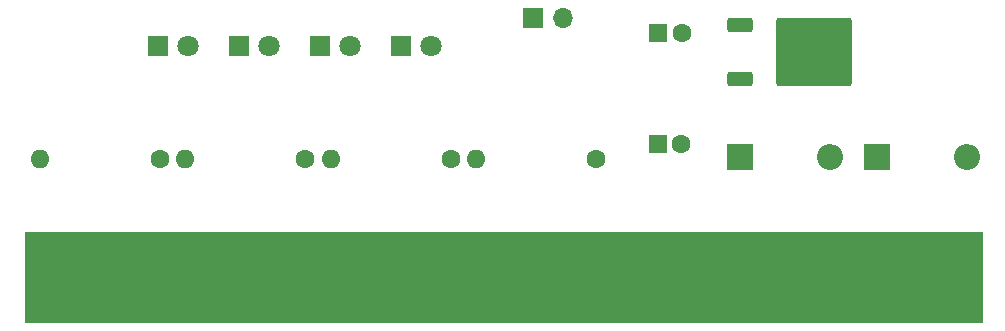
<source format=gbr>
%TF.GenerationSoftware,KiCad,Pcbnew,7.0.7*%
%TF.CreationDate,2023-10-30T05:19:45-05:00*%
%TF.ProjectId,Voltage Blaster,566f6c74-6167-4652-9042-6c6173746572,rev?*%
%TF.SameCoordinates,Original*%
%TF.FileFunction,Soldermask,Top*%
%TF.FilePolarity,Negative*%
%FSLAX46Y46*%
G04 Gerber Fmt 4.6, Leading zero omitted, Abs format (unit mm)*
G04 Created by KiCad (PCBNEW 7.0.7) date 2023-10-30 05:19:45*
%MOMM*%
%LPD*%
G01*
G04 APERTURE LIST*
G04 Aperture macros list*
%AMRoundRect*
0 Rectangle with rounded corners*
0 $1 Rounding radius*
0 $2 $3 $4 $5 $6 $7 $8 $9 X,Y pos of 4 corners*
0 Add a 4 corners polygon primitive as box body*
4,1,4,$2,$3,$4,$5,$6,$7,$8,$9,$2,$3,0*
0 Add four circle primitives for the rounded corners*
1,1,$1+$1,$2,$3*
1,1,$1+$1,$4,$5*
1,1,$1+$1,$6,$7*
1,1,$1+$1,$8,$9*
0 Add four rect primitives between the rounded corners*
20,1,$1+$1,$2,$3,$4,$5,0*
20,1,$1+$1,$4,$5,$6,$7,0*
20,1,$1+$1,$6,$7,$8,$9,0*
20,1,$1+$1,$8,$9,$2,$3,0*%
G04 Aperture macros list end*
%ADD10C,0.120000*%
%ADD11C,0.010000*%
%ADD12R,1.800000X1.800000*%
%ADD13C,1.800000*%
%ADD14C,1.600000*%
%ADD15O,1.600000X1.600000*%
%ADD16RoundRect,0.250000X-0.850000X-0.350000X0.850000X-0.350000X0.850000X0.350000X-0.850000X0.350000X0*%
%ADD17RoundRect,0.249997X-2.950003X-2.650003X2.950003X-2.650003X2.950003X2.650003X-2.950003X2.650003X0*%
%ADD18R,1.700000X1.700000*%
%ADD19O,1.700000X1.700000*%
%ADD20R,1.600000X1.600000*%
%ADD21R,2.200000X2.200000*%
%ADD22O,2.200000X2.200000*%
%ADD23R,1.780000X7.366000*%
G04 APERTURE END LIST*
D10*
%TO.C,J1*%
X117094000Y-121031000D02*
X117094000Y-113411000D01*
D11*
X198120000Y-121031000D02*
X117094000Y-121031000D01*
X117094000Y-113411000D01*
X198120000Y-113411000D01*
X198120000Y-121031000D01*
G36*
X198120000Y-121031000D02*
G01*
X117094000Y-121031000D01*
X117094000Y-113411000D01*
X198120000Y-113411000D01*
X198120000Y-121031000D01*
G37*
%TD*%
D12*
%TO.C,D1*%
X148945600Y-97637600D03*
D13*
X151485600Y-97637600D03*
%TD*%
D14*
%TO.C,R1*%
X165481000Y-107188000D03*
D15*
X155321000Y-107188000D03*
%TD*%
D16*
%TO.C,U1*%
X177664000Y-95891000D03*
D17*
X183964000Y-98171000D03*
D16*
X177664000Y-100451000D03*
%TD*%
D14*
%TO.C,R4*%
X128524000Y-107188000D03*
D15*
X118364000Y-107188000D03*
%TD*%
D14*
%TO.C,R3*%
X140843000Y-107188000D03*
D15*
X130683000Y-107188000D03*
%TD*%
D12*
%TO.C,D2*%
X142092600Y-97637600D03*
D13*
X144632600Y-97637600D03*
%TD*%
D12*
%TO.C,D4*%
X128371600Y-97637600D03*
D13*
X130911600Y-97637600D03*
%TD*%
D14*
%TO.C,R2*%
X153162000Y-107188000D03*
D15*
X143002000Y-107188000D03*
%TD*%
D18*
%TO.C,JP1*%
X160135000Y-95230000D03*
D19*
X162675000Y-95230000D03*
%TD*%
D20*
%TO.C,C2*%
X170688000Y-105918000D03*
D14*
X172688000Y-105918000D03*
%TD*%
D21*
%TO.C,D6*%
X177673000Y-107061000D03*
D22*
X185293000Y-107061000D03*
%TD*%
D12*
%TO.C,D3*%
X135234600Y-97637600D03*
D13*
X137774600Y-97637600D03*
%TD*%
D21*
%TO.C,D5*%
X189230000Y-107061000D03*
D22*
X196850000Y-107061000D03*
%TD*%
D20*
%TO.C,C1*%
X170720000Y-96520000D03*
D14*
X172720000Y-96520000D03*
%TD*%
D23*
%TO.C,J1*%
X195707000Y-117094000D03*
X193167000Y-117094000D03*
X190627000Y-117094000D03*
X188087000Y-117094000D03*
X185547000Y-117094000D03*
X183007000Y-117094000D03*
X180467000Y-117094000D03*
X177927000Y-117094000D03*
X175387000Y-117094000D03*
X172847000Y-117094000D03*
X170307000Y-117094000D03*
X167767000Y-117094000D03*
X165227000Y-117094000D03*
X162687000Y-117094000D03*
X160147000Y-117094000D03*
X157607000Y-117094000D03*
X155067000Y-117094000D03*
X152527000Y-117094000D03*
X149987000Y-117094000D03*
X147447000Y-117094000D03*
X144907000Y-117094000D03*
X142367000Y-117094000D03*
X139827000Y-117094000D03*
X137287000Y-117094000D03*
X134747000Y-117094000D03*
X132207000Y-117094000D03*
X129667000Y-117094000D03*
X127127000Y-117094000D03*
X124587000Y-117094000D03*
X122047000Y-117094000D03*
X119507000Y-117094000D03*
%TD*%
M02*

</source>
